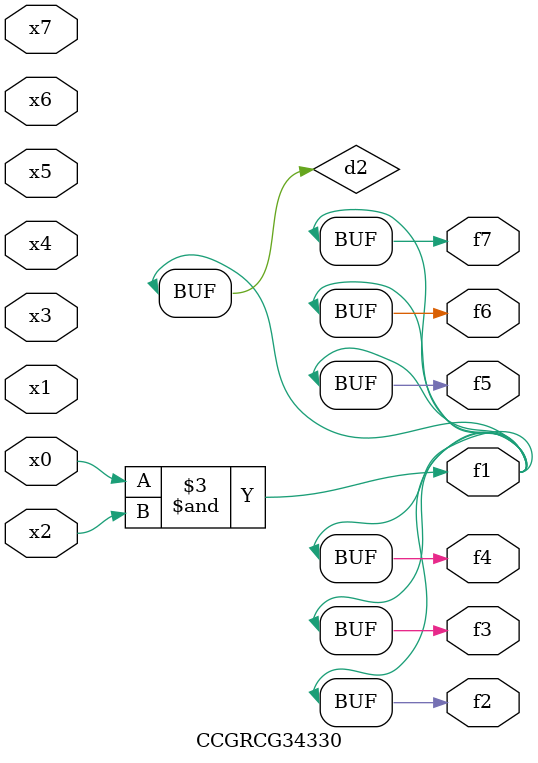
<source format=v>
module CCGRCG34330(
	input x0, x1, x2, x3, x4, x5, x6, x7,
	output f1, f2, f3, f4, f5, f6, f7
);

	wire d1, d2;

	nor (d1, x3, x6);
	and (d2, x0, x2);
	assign f1 = d2;
	assign f2 = d2;
	assign f3 = d2;
	assign f4 = d2;
	assign f5 = d2;
	assign f6 = d2;
	assign f7 = d2;
endmodule

</source>
